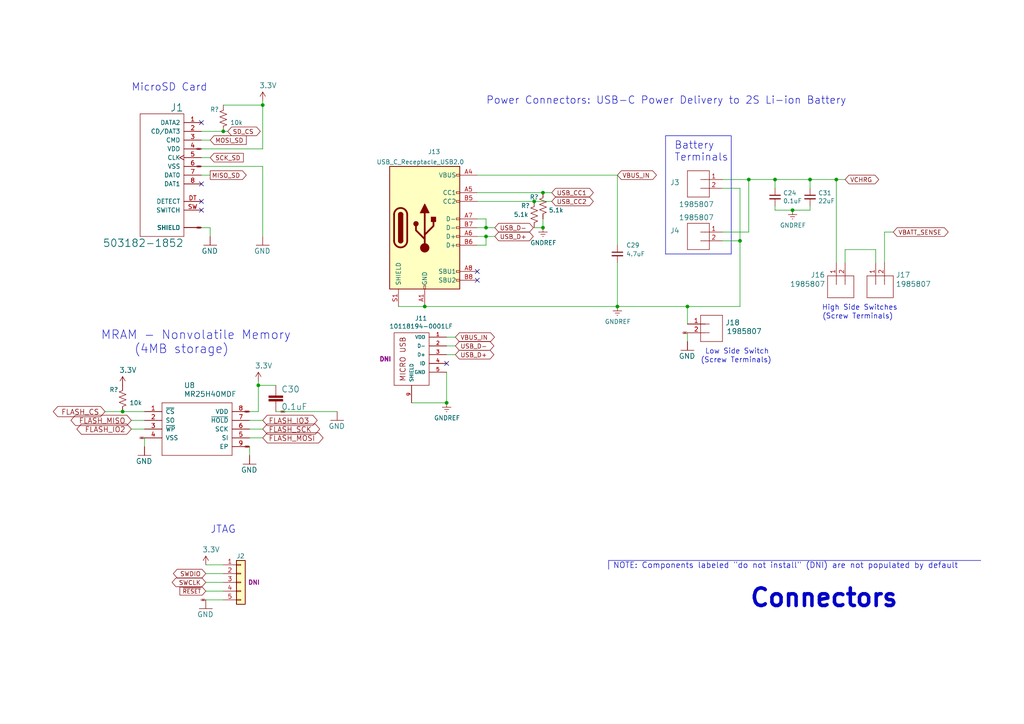
<source format=kicad_sch>
(kicad_sch (version 20230121) (generator eeschema)
  (paper "A4")
  (title_block (title "PyCubed Mainboard") (date "2021-06-09") (rev "v05c") (company "Max Holliday"))
  (lib_symbols
    (symbol "Connector:USB_C_Receptacle_USB2.0" (pin_names (offset 1.016))
      (property "Reference" "J" (at -10.16 19.05 0))
      (property "Value" "Connector_USB_C_Receptacle_USB2.0" (at 19.05 19.05 0))
      (symbol "USB_C_Receptacle_USB2.0_0_0"
        (rectangle (start -0.254 -17.78) (end 0.254 -16.764))
        (rectangle (start 10.16 -14.986) (end 9.144 -15.494))
        (rectangle (start 10.16 -12.446) (end 9.144 -12.954))
        (rectangle (start 10.16 -4.826) (end 9.144 -5.334))
        (rectangle (start 10.16 -2.286) (end 9.144 -2.794))
        (rectangle (start 10.16 0.254) (end 9.144 -0.254))
        (rectangle (start 10.16 2.794) (end 9.144 2.286))
        (rectangle (start 10.16 7.874) (end 9.144 7.366))
        (rectangle (start 10.16 10.414) (end 9.144 9.906))
        (rectangle (start 10.16 15.494) (end 9.144 14.986))
      )
      (symbol "USB_C_Receptacle_USB2.0_0_1"
        (rectangle (start -10.16 17.78) (end 10.16 -17.78) (stroke (width 0.254)) (fill (type background)))
        (arc (start -8.89 -3.81) (mid -6.985 -5.715) (end -5.08 -3.81) (stroke (width 0.508)))
        (arc (start -7.62 -3.81) (mid -6.985 -4.445) (end -6.35 -3.81) (stroke (width 0.254)))
        (arc (start -7.62 -3.81) (mid -6.985 -4.445) (end -6.35 -3.81) (stroke (width 0.254)) (fill (type outline)))
        (rectangle (start -7.62 -3.81) (end -6.35 3.81) (stroke (width 0.254)) (fill (type outline)))
        (arc (start -6.35 3.81) (mid -6.985 4.445) (end -7.62 3.81) (stroke (width 0.254)))
        (arc (start -6.35 3.81) (mid -6.985 4.445) (end -7.62 3.81) (stroke (width 0.254)) (fill (type outline)))
        (arc (start -5.08 3.81) (mid -6.985 5.715) (end -8.89 3.81) (stroke (width 0.508)))
        (circle (center -2.54 1.143) (radius 0.635) (stroke (width 0.254)) (fill (type outline)))
        (circle (center 0 -5.842) (radius 1.27) (fill (type outline)))
        (polyline (pts (xy -8.89 -3.81) (xy -8.89 3.81)) (stroke (width 0.508)))
        (polyline (pts (xy -5.08 3.81) (xy -5.08 -3.81)) (stroke (width 0.508)))
        (polyline (pts (xy 0 -5.842) (xy 0 4.318)) (stroke (width 0.508)))
        (polyline (pts (xy 0 -3.302) (xy -2.54 -0.762) (xy -2.54 0.508)) (stroke (width 0.508)))
        (polyline (pts (xy 0 -2.032) (xy 2.54 0.508) (xy 2.54 1.778)) (stroke (width 0.508)))
        (polyline (pts (xy -1.27 4.318) (xy 0 6.858) (xy 1.27 4.318) (xy -1.27 4.318)) (stroke (width 0.254)) (fill (type outline)))
        (rectangle (start 1.905 1.778) (end 3.175 3.048) (stroke (width 0.254)) (fill (type outline)))
      )
      (symbol "USB_C_Receptacle_USB2.0_1_1"
        (pin power_in line (at 0 -22.86 90) (length 5.08) (name "GND") (number "A1"))
        (pin passive line (at 0 -22.86 90) (length 5.08) hide (name "GND") (number "A12"))
        (pin power_in line (at 15.24 15.24 180) (length 5.08) (name "VBUS") (number "A4"))
        (pin bidirectional line (at 15.24 10.16 180) (length 5.08) (name "CC1") (number "A5"))
        (pin bidirectional line (at 15.24 -2.54 180) (length 5.08) (name "D+") (number "A6"))
        (pin bidirectional line (at 15.24 2.54 180) (length 5.08) (name "D-") (number "A7"))
        (pin bidirectional line (at 15.24 -12.7 180) (length 5.08) (name "SBU1") (number "A8"))
        (pin passive line (at 15.24 15.24 180) (length 5.08) hide (name "VBUS") (number "A9"))
        (pin passive line (at 0 -22.86 90) (length 5.08) hide (name "GND") (number "B1"))
        (pin passive line (at 0 -22.86 90) (length 5.08) hide (name "GND") (number "B12"))
        (pin passive line (at 15.24 15.24 180) (length 5.08) hide (name "VBUS") (number "B4"))
        (pin bidirectional line (at 15.24 7.62 180) (length 5.08) (name "CC2") (number "B5"))
        (pin bidirectional line (at 15.24 -5.08 180) (length 5.08) (name "D+") (number "B6"))
        (pin bidirectional line (at 15.24 0 180) (length 5.08) (name "D-") (number "B7"))
        (pin bidirectional line (at 15.24 -15.24 180) (length 5.08) (name "SBU2") (number "B8"))
        (pin passive line (at 15.24 15.24 180) (length 5.08) hide (name "VBUS") (number "B9"))
        (pin passive line (at -7.62 -22.86 90) (length 5.08) (name "SHIELD") (number "S1"))
      )
    )
    (symbol "Connector_Generic:Conn_01x05" (pin_names (offset 1.016) hide)
      (property "Reference" "J" (at 0 7.62 0))
      (property "Value" "Conn_01x05" (at 0 -7.62 0))
      (symbol "Conn_01x05_1_1"
        (rectangle (start -1.27 -4.953) (end 0 -5.207) (stroke (width 0.1524)))
        (rectangle (start -1.27 -2.413) (end 0 -2.667) (stroke (width 0.1524)))
        (rectangle (start -1.27 0.127) (end 0 -0.127) (stroke (width 0.1524)))
        (rectangle (start -1.27 2.667) (end 0 2.413) (stroke (width 0.1524)))
        (rectangle (start -1.27 5.207) (end 0 4.953) (stroke (width 0.1524)))
        (rectangle (start -1.27 6.35) (end 1.27 -6.35) (stroke (width 0.254)) (fill (type background)))
        (pin passive line (at -5.08 5.08 0) (length 3.81) (name "Pin_1") (number "1"))
        (pin passive line (at -5.08 2.54 0) (length 3.81) (name "Pin_2") (number "2"))
        (pin passive line (at -5.08 0 0) (length 3.81) (name "Pin_3") (number "3"))
        (pin passive line (at -5.08 -2.54 0) (length 3.81) (name "Pin_4") (number "4"))
        (pin passive line (at -5.08 -5.08 0) (length 3.81) (name "Pin_5") (number "5"))
      )
    )
    (symbol "Device:C_Small" (pin_numbers hide) (pin_names (offset 0.254) hide)
      (property "Reference" "C" (at 0.254 1.778 0))
      (property "Value" "C_Small" (at 0.254 -2.032 0))
      (symbol "C_Small_0_1"
        (polyline (pts (xy -1.524 -0.508) (xy 1.524 -0.508)) (stroke (width 0.3302)))
        (polyline (pts (xy -1.524 0.508) (xy 1.524 0.508)) (stroke (width 0.3048)))
      )
      (symbol "C_Small_1_1"
        (pin passive line (at 0 2.54 270) (length 2.032) (name "~") (number "1"))
        (pin passive line (at 0 -2.54 90) (length 2.032) (name "~") (number "2"))
      )
    )
    (symbol "Device:R_US" (pin_numbers hide) (pin_names (offset 0))
      (property "Reference" "R" (at 2.54 0 90))
      (property "Value" "R_US" (at -2.54 0 90))
      (symbol "R_US_0_1"
        (polyline (pts (xy 0 -2.286) (xy 0 -2.54)))
        (polyline (pts (xy 0 2.286) (xy 0 2.54)))
        (polyline (pts (xy 0 -0.762) (xy 1.016 -1.143) (xy 0 -1.524) (xy -1.016 -1.905) (xy 0 -2.286)))
        (polyline (pts (xy 0 0.762) (xy 1.016 0.381) (xy 0 0) (xy -1.016 -0.381) (xy 0 -0.762)))
        (polyline (pts (xy 0 2.286) (xy 1.016 1.905) (xy 0 1.524) (xy -1.016 1.143) (xy 0 0.762)))
      )
      (symbol "R_US_1_1"
        (pin passive line (at 0 3.81 270) (length 1.27) (name "~") (number "1"))
        (pin passive line (at 0 -3.81 90) (length 1.27) (name "~") (number "2"))
      )
    )
    (symbol "mainboard:10118194-0001LF" (pin_names (offset 1.016))
      (property "Reference" "J" (at -1.27 10.16 0))
      (property "Value" "10118194-0001LF" (at -12.7 7.62 0))
      (symbol "10118194-0001LF_0_0"
        (text "MICRO USB" (at 0 -1.27 900) (effects (font (size 1.524 1.524))))
        (pin power_in line (at -12.7 5.08 0) (length 5.08) (name "VDD") (number "1"))
        (pin bidirectional line (at -12.7 2.54 0) (length 5.08) (name "D-") (number "2"))
        (pin bidirectional line (at -12.7 0 0) (length 5.08) (name "D+") (number "3"))
        (pin passive line (at -12.7 -2.54 0) (length 5.08) (name "ID") (number "4"))
        (pin power_in line (at -12.7 -5.08 0) (length 5.08) (name "GND") (number "5"))
      )
      (symbol "10118194-0001LF_0_1"
        (rectangle (start -7.62 6.35) (end 2.54 -8.89))
      )
      (symbol "10118194-0001LF_1_0"
        (pin power_in line (at -2.54 -13.97 90) (length 5.0038) hide (name "~") (number "8"))
        (pin power_in line (at -2.54 -13.97 90) (length 5.0038) (name "SHIELD") (number "9"))
      )
    )
    (symbol "mainboard:2.2UF-0603-10V-20%" (pin_names (offset 1.016))
      (property "Reference" "C" (at 1.524 2.921 0))
      (property "Value" "2.2UF-0603-10V-20%" (at 1.524 -2.159 0))
      (symbol "2.2UF-0603-10V-20%_1_0"
        (rectangle (start -2.032 0.508) (end 2.032 1.016) (fill (type outline)))
        (rectangle (start -2.032 1.524) (end 2.032 2.032) (fill (type outline)))
        (polyline (pts (xy 0 0) (xy 0 0.508)))
        (polyline (pts (xy 0 2.54) (xy 0 2.032)))
        (pin passive line (at 0 5.08 270) (length 2.54) (name "1") (number "1"))
        (pin passive line (at 0 -2.54 90) (length 2.54) (name "2") (number "2"))
      )
    )
    (symbol "mainboard:3.3V" (power) (pin_names (offset 1.016))
      (property "Value" "3.3V" (at -1.016 3.556 0))
      (symbol "3.3V_1_0"
        (polyline (pts (xy 0 2.54) (xy -0.762 1.27)))
        (polyline (pts (xy 0.762 1.27) (xy 0 2.54)))
        (pin power_in line (at 0 0 90) (length 2.54) (name "3.3V") (number "1"))
      )
    )
    (symbol "mainboard:503182-1852" (pin_names (offset 1.016))
      (property "Reference" "J" (at 0 18.3642 0))
      (property "Value" "503182-1852" (at 0 -20.9042 0))
      (symbol "503182-1852_1_0"
        (polyline (pts (xy 0 -17.78) (xy 12.7 -17.78)))
        (polyline (pts (xy 0 17.78) (xy 0 -17.78)))
        (polyline (pts (xy 12.7 -17.78) (xy 12.7 17.78)))
        (polyline (pts (xy 12.7 17.78) (xy 0 17.78)))
        (pin bidirectional line (at -5.08 15.24 0) (length 5.08) (name "DATA2") (number "1"))
        (pin bidirectional line (at -5.08 12.7 0) (length 5.08) (name "CD/DAT3") (number "2"))
        (pin bidirectional line (at -5.08 10.16 0) (length 5.08) (name "CMD") (number "3"))
        (pin power_in line (at -5.08 7.62 0) (length 5.08) (name "VDD") (number "4"))
        (pin bidirectional clock (at -5.08 5.08 0) (length 5.08) (name "CLK") (number "5"))
        (pin power_in line (at -5.08 2.54 0) (length 5.08) (name "VSS") (number "6"))
        (pin bidirectional line (at -5.08 0 0) (length 5.08) (name "DAT0") (number "7"))
        (pin bidirectional line (at -5.08 -2.54 0) (length 5.08) (name "DAT1") (number "8"))
        (pin bidirectional line (at -5.08 -7.62 0) (length 5.08) (name "DETECT") (number "DT"))
        (pin passive line (at -5.08 -15.24 0) (length 5.08) (name "SHIELD") (number "P1"))
        (pin passive line (at -5.08 -15.24 0) (length 5.08) (name "SHIELD") (number "P2"))
        (pin passive line (at -5.08 -15.24 0) (length 5.08) (name "SHIELD") (number "P3"))
        (pin passive line (at -5.08 -15.24 0) (length 5.08) (name "SHIELD") (number "P4"))
        (pin passive line (at -5.08 -15.24 0) (length 5.08) (name "SHIELD") (number "P5"))
        (pin bidirectional line (at -5.08 -10.16 0) (length 5.08) (name "SWITCH") (number "SW"))
      )
    )
    (symbol "mainboard:GND" (power) (pin_names (offset 1.016))
      (property "Value" "GND" (at -2.54 -2.54 0))
      (symbol "GND_1_0"
        (polyline (pts (xy -1.905 0) (xy 1.905 0)))
        (pin power_in line (at 0 2.54 270) (length 2.54) (name "GND") (number "1"))
      )
    )
    (symbol "mainboard:M023.5MM_LOCK" (pin_names (offset 1.016))
      (property "Reference" "JP" (at -2.54 5.842 0))
      (property "Value" "M023.5MM_LOCK" (at -2.54 -5.08 0))
      (symbol "M023.5MM_LOCK_1_0"
        (polyline (pts (xy -2.54 5.08) (xy -2.54 -2.54)))
        (polyline (pts (xy -2.54 5.08) (xy 3.81 5.08)))
        (polyline (pts (xy 1.27 0) (xy 2.54 0)))
        (polyline (pts (xy 1.27 2.54) (xy 2.54 2.54)))
        (polyline (pts (xy 3.81 -2.54) (xy -2.54 -2.54)))
        (polyline (pts (xy 3.81 -2.54) (xy 3.81 5.08)))
        (pin passive line (at 7.62 0 180) (length 5.08) (name "1") (number "1"))
        (pin passive line (at 7.62 2.54 180) (length 5.08) (name "2") (number "2"))
      )
    )
    (symbol "mainboard:MR25H40MDF" (pin_names (offset 1.016))
      (property "Reference" "U" (at 11.43 7.62 0))
      (property "Value" "MR25H40MDF" (at 11.43 5.08 0))
      (symbol "MR25H40MDF_1_0"
        (polyline (pts (xy 5.08 2.54) (xy 5.08 -12.7)))
        (polyline (pts (xy 5.08 2.54) (xy 25.4 2.54)))
        (polyline (pts (xy 25.4 -12.7) (xy 5.08 -12.7)))
        (polyline (pts (xy 25.4 -12.7) (xy 25.4 2.54)))
        (pin bidirectional line (at 0 0 0) (length 5.08) (name "~{CS}") (number "1"))
        (pin bidirectional line (at 0 -2.54 0) (length 5.08) (name "SO") (number "2"))
        (pin bidirectional line (at 0 -5.08 0) (length 5.08) (name "~{WP}") (number "3"))
        (pin bidirectional line (at 0 -7.62 0) (length 5.08) (name "VSS") (number "4"))
        (pin bidirectional line (at 30.48 -7.62 180) (length 5.08) (name "SI") (number "5"))
        (pin bidirectional line (at 30.48 -5.08 180) (length 5.08) (name "SCK") (number "6"))
        (pin bidirectional line (at 30.48 -2.54 180) (length 5.08) (name "~{HOLD}") (number "7"))
        (pin bidirectional line (at 30.48 0 180) (length 5.08) (name "VDD") (number "8"))
        (pin bidirectional line (at 30.48 -10.16 180) (length 5.08) (name "EP") (number "9"))
      )
    )
    (symbol "power:GNDREF" (power) (pin_names (offset 0))
      (property "Value" "GNDREF" (at 0 -3.81 0))
      (symbol "GNDREF_0_1"
        (polyline (pts (xy -0.635 -1.905) (xy 0.635 -1.905)))
        (polyline (pts (xy -0.127 -2.54) (xy 0.127 -2.54)))
        (polyline (pts (xy 0 -1.27) (xy 0 0)))
        (polyline (pts (xy 1.27 -1.27) (xy -1.27 -1.27)))
      )
      (symbol "GNDREF_1_1"
        (pin power_in line (at 0 0 270) (length 0) hide (name "GNDREF") (number "1"))
      )
    )
  )
  (junction (at 129.54 116.84))
  (junction (at 157.48 55.88))
  (junction (at 35.56 119.38))
  (junction (at 74.93 111.76))
  (junction (at 123.19 88.9))
  (junction (at 157.48 66.04))
  (junction (at 234.95 52.07))
  (junction (at 64.77 38.1))
  (junction (at 229.87 60.96))
  (junction (at 242.57 52.07))
  (junction (at 140.97 68.58))
  (junction (at 154.94 58.42))
  (junction (at 199.39 88.9))
  (junction (at 140.97 66.04))
  (junction (at 224.79 52.07))
  (junction (at 217.17 52.07))
  (junction (at 179.07 88.9))
  (junction (at 76.2 30.48))
  (junction (at 214.63 69.85))
  (no_connect (at 58.42 60.96))
  (no_connect (at 129.54 105.41))
  (no_connect (at 58.42 53.34))
  (no_connect (at 58.42 35.56))
  (no_connect (at 58.42 58.42))
  (no_connect (at 138.43 78.74))
  (no_connect (at 138.43 81.28))
  (wire (pts (xy 129.54 116.84) (xy 119.38 116.84)))
  (wire (pts (xy 214.63 88.9) (xy 214.63 69.85)))
  (wire (pts (xy 129.54 102.87) (xy 132.08 102.87)))
  (wire (pts (xy 245.11 72.39) (xy 254 72.39)))
  (wire (pts (xy 214.63 69.85) (xy 209.55 69.85)))
  (wire (pts (xy 58.42 38.1) (xy 64.77 38.1)))
  (wire (pts (xy 154.94 58.42) (xy 160.02 58.42)))
  (wire (pts (xy 64.77 166.37) (xy 59.69 166.37)))
  (wire (pts (xy 242.57 52.07) (xy 242.57 76.2)))
  (wire (pts (xy 76.2 30.48) (xy 76.2 29.21)))
  (wire (pts (xy 76.2 121.92) (xy 72.39 121.92)))
  (wire (pts (xy 199.39 96.52) (xy 199.39 99.06)))
  (wire (pts (xy 234.95 54.61) (xy 234.95 52.07)))
  (polyline (pts (xy 193.04 73.66) (xy 212.09 73.66)))
  (wire (pts (xy 138.43 63.5) (xy 140.97 63.5)))
  (wire (pts (xy 138.43 58.42) (xy 154.94 58.42)))
  (wire (pts (xy 129.54 100.33) (xy 132.08 100.33)))
  (wire (pts (xy 74.93 119.38) (xy 74.93 111.76)))
  (polyline (pts (xy 176.53 162.56) (xy 284.48 162.56)))
  (wire (pts (xy 59.69 163.83) (xy 64.77 163.83)))
  (wire (pts (xy 76.2 127) (xy 72.39 127)))
  (wire (pts (xy 138.43 71.12) (xy 140.97 71.12)))
  (wire (pts (xy 209.55 67.31) (xy 217.17 67.31)))
  (wire (pts (xy 179.07 76.2) (xy 179.07 88.9)))
  (wire (pts (xy 224.79 60.96) (xy 229.87 60.96)))
  (wire (pts (xy 140.97 63.5) (xy 140.97 66.04)))
  (wire (pts (xy 58.42 50.8) (xy 60.96 50.8)))
  (polyline (pts (xy 193.04 73.66) (xy 193.04 39.37)))
  (wire (pts (xy 138.43 55.88) (xy 157.48 55.88)))
  (wire (pts (xy 217.17 52.07) (xy 217.17 67.31)))
  (wire (pts (xy 154.94 66.04) (xy 157.48 66.04)))
  (wire (pts (xy 140.97 68.58) (xy 138.43 68.58)))
  (wire (pts (xy 30.48 119.38) (xy 35.56 119.38)))
  (wire (pts (xy 229.87 60.96) (xy 234.95 60.96)))
  (wire (pts (xy 234.95 52.07) (xy 242.57 52.07)))
  (wire (pts (xy 58.42 48.26) (xy 76.2 48.26)))
  (wire (pts (xy 64.77 168.91) (xy 59.69 168.91)))
  (wire (pts (xy 224.79 60.96) (xy 224.79 59.69)))
  (wire (pts (xy 64.77 171.45) (xy 59.69 171.45)))
  (wire (pts (xy 224.79 52.07) (xy 234.95 52.07)))
  (wire (pts (xy 132.08 97.79) (xy 129.54 97.79)))
  (wire (pts (xy 64.77 38.1) (xy 66.04 38.1)))
  (wire (pts (xy 224.79 54.61) (xy 224.79 52.07)))
  (wire (pts (xy 179.07 50.8) (xy 138.43 50.8)))
  (wire (pts (xy 64.77 30.48) (xy 76.2 30.48)))
  (wire (pts (xy 76.2 48.26) (xy 76.2 68.58)))
  (wire (pts (xy 80.01 111.76) (xy 74.93 111.76)))
  (wire (pts (xy 140.97 68.58) (xy 143.51 68.58)))
  (wire (pts (xy 234.95 60.96) (xy 234.95 59.69)))
  (wire (pts (xy 129.54 107.95) (xy 129.54 116.84)))
  (wire (pts (xy 256.54 67.31) (xy 259.08 67.31)))
  (wire (pts (xy 58.42 66.04) (xy 60.96 66.04)))
  (wire (pts (xy 74.93 111.76) (xy 74.93 110.49)))
  (wire (pts (xy 58.42 45.72) (xy 60.96 45.72)))
  (wire (pts (xy 157.48 55.88) (xy 160.02 55.88)))
  (wire (pts (xy 209.55 52.07) (xy 217.17 52.07)))
  (wire (pts (xy 60.96 66.04) (xy 60.96 68.58)))
  (wire (pts (xy 199.39 88.9) (xy 214.63 88.9)))
  (wire (pts (xy 123.19 88.9) (xy 179.07 88.9)))
  (wire (pts (xy 245.11 76.2) (xy 245.11 72.39)))
  (wire (pts (xy 254 72.39) (xy 254 76.2)))
  (polyline (pts (xy 212.09 73.66) (xy 212.09 39.37)))
  (polyline (pts (xy 176.53 165.1) (xy 176.53 162.56)))
  (wire (pts (xy 80.01 119.38) (xy 97.79 119.38)))
  (wire (pts (xy 76.2 124.46) (xy 72.39 124.46)))
  (wire (pts (xy 38.1 124.46) (xy 41.91 124.46)))
  (wire (pts (xy 179.07 50.8) (xy 179.07 71.12)))
  (wire (pts (xy 209.55 54.61) (xy 214.63 54.61)))
  (wire (pts (xy 217.17 52.07) (xy 224.79 52.07)))
  (wire (pts (xy 58.42 40.64) (xy 60.96 40.64)))
  (wire (pts (xy 38.1 121.92) (xy 41.91 121.92)))
  (wire (pts (xy 245.11 52.07) (xy 242.57 52.07)))
  (wire (pts (xy 41.91 127) (xy 41.91 129.54)))
  (wire (pts (xy 256.54 76.2) (xy 256.54 67.31)))
  (wire (pts (xy 72.39 129.54) (xy 72.39 132.08)))
  (wire (pts (xy 140.97 71.12) (xy 140.97 68.58)))
  (wire (pts (xy 214.63 54.61) (xy 214.63 69.85)))
  (wire (pts (xy 140.97 66.04) (xy 138.43 66.04)))
  (wire (pts (xy 157.48 66.04) (xy 157.48 63.5)))
  (wire (pts (xy 179.07 88.9) (xy 199.39 88.9)))
  (wire (pts (xy 76.2 43.18) (xy 76.2 30.48)))
  (wire (pts (xy 58.42 43.18) (xy 76.2 43.18)))
  (wire (pts (xy 115.57 88.9) (xy 123.19 88.9)))
  (polyline (pts (xy 193.04 39.37) (xy 212.09 39.37)))
  (wire (pts (xy 199.39 93.98) (xy 199.39 88.9)))
  (wire (pts (xy 72.39 119.38) (xy 74.93 119.38)))
  (wire (pts (xy 35.56 119.38) (xy 41.91 119.38)))
  (wire (pts (xy 59.69 173.99) (xy 64.77 173.99)))
  (wire (pts (xy 140.97 66.04) (xy 143.51 66.04)))
  (text "NOTE: Components labeled \"do not install\" (DNI) are not populated by default" (at 177.8 165.1 0) (effects (font (size 1.651 1.651)) (justify left bottom)))
  (text "(Screw Terminals)" (at 259.08 92.71 0) (effects (font (size 1.4986 1.4986)) (justify right bottom)))
  (text "Connectors" (at 217.17 176.53 0) (effects (font (size 5.08 5.08) (thickness 1.016) bold) (justify left bottom)))
  (text "High Side Switches" (at 260.35 90.17 0) (effects (font (size 1.4986 1.4986)) (justify right bottom)))
  (text "Low Side Switch" (at 204.47 102.87 0) (effects (font (size 1.4986 1.4986)) (justify left bottom)))
  (text "(Screw Terminals)" (at 203.2 105.41 0) (effects (font (size 1.4986 1.4986)) (justify left bottom)))
  (text "Battery\nTerminals" (at 195.58 46.99 0) (effects (font (size 2.159 2.159)) (justify left bottom)))
  (text "MRAM - Nonvolatile Memory\n     (4MB storage)" (at 29.21 102.87 0) (effects (font (size 2.54 2.54)) (justify left bottom)))
  (text "MicroSD Card" (at 38.1 26.67 0) (effects (font (size 2.159 2.159)) (justify left bottom)))
  (text "Power Connectors: USB-C Power Delivery to 2S Li-ion Battery" (at 140.97 30.48 0) (effects (font (size 2.159 2.159)) (justify left bottom)))
  (text "JTAG" (at 60.96 154.94 0) (effects (font (size 2.159 2.159)) (justify left bottom)))
  (global_label "SD_CS" (shape bidirectional) (at 66.04 38.1 0) (property "Intersheetrefs" "${INTERSHEET_REFS}" (effects hide)))
  (global_label "SWCLK" (shape bidirectional) (at 59.69 168.91 180) (property "Intersheetrefs" "${INTERSHEET_REFS}" (effects hide)))
  (global_label "3.3V" (shape bidirectional) (at 72.39 119.38 180) (effects (font (size 0.254 0.254))) (property "Intersheetrefs" "${INTERSHEET_REFS}" (effects hide)))
  (global_label "USB_D-" (shape bidirectional) (at 143.51 66.04 0) (property "Intersheetrefs" "${INTERSHEET_REFS}" (effects hide)))
  (global_label "MOSI_SD" (shape input) (at 60.96 40.64 0) (property "Intersheetrefs" "${INTERSHEET_REFS}" (effects hide)))
  (global_label "VBUS_IN" (shape bidirectional) (at 179.07 50.8 0) (property "Intersheetrefs" "${INTERSHEET_REFS}" (effects hide)))
  (global_label "MISO_SD" (shape output) (at 60.96 50.8 0) (property "Intersheetrefs" "${INTERSHEET_REFS}" (effects hide)))
  (global_label "3.3V" (shape bidirectional) (at 58.42 43.18 180) (effects (font (size 0.254 0.254))) (property "Intersheetrefs" "${INTERSHEET_REFS}" (effects hide)))
  (global_label "FLASH_CS" (shape bidirectional) (at 30.48 119.38 180) (effects (font (size 1.4986 1.4986))) (property "Intersheetrefs" "${INTERSHEET_REFS}" (effects hide)))
  (global_label "FLASH_MISO" (shape bidirectional) (at 38.1 121.92 180) (effects (font (size 1.4986 1.4986))) (property "Intersheetrefs" "${INTERSHEET_REFS}" (effects hide)))
  (global_label "GND" (shape bidirectional) (at 58.42 66.04 180) (effects (font (size 0.254 0.254))) (property "Intersheetrefs" "${INTERSHEET_REFS}" (effects hide)))
  (global_label "SWDIO" (shape bidirectional) (at 59.69 166.37 180) (property "Intersheetrefs" "${INTERSHEET_REFS}" (effects hide)))
  (global_label "~{RESET}" (shape input) (at 59.69 171.45 180) (effects (font (size 1.1684 1.1684))) (property "Intersheetrefs" "${INTERSHEET_REFS}" (effects hide)))
  (global_label "GND" (shape bidirectional) (at 58.42 48.26 180) (effects (font (size 0.254 0.254))) (property "Intersheetrefs" "${INTERSHEET_REFS}" (effects hide)))
  (global_label "USB_D+" (shape bidirectional) (at 132.08 102.87 0) (property "Intersheetrefs" "${INTERSHEET_REFS}" (effects hide)))
  (global_label "FLASH_IO3" (shape bidirectional) (at 76.2 121.92 0) (effects (font (size 1.4986 1.4986))) (property "Intersheetrefs" "${INTERSHEET_REFS}" (effects hide)))
  (global_label "GND" (shape bidirectional) (at 199.39 96.52 180) (effects (font (size 0.254 0.254))) (property "Intersheetrefs" "${INTERSHEET_REFS}" (effects hide)))
  (global_label "FLASH_SCK" (shape bidirectional) (at 76.2 124.46 0) (effects (font (size 1.4986 1.4986))) (property "Intersheetrefs" "${INTERSHEET_REFS}" (effects hide)))
  (global_label "VBATT_SENSE" (shape bidirectional) (at 259.08 67.31 0) (property "Intersheetrefs" "${INTERSHEET_REFS}" (effects hide)))
  (global_label "USB_D-" (shape bidirectional) (at 132.08 100.33 0) (property "Intersheetrefs" "${INTERSHEET_REFS}" (effects hide)))
  (global_label "VBUS_IN" (shape bidirectional) (at 132.08 97.79 0) (property "Intersheetrefs" "${INTERSHEET_REFS}" (effects hide)))
  (global_label "SCK_SD" (shape input) (at 60.96 45.72 0) (property "Intersheetrefs" "${INTERSHEET_REFS}" (effects hide)))
  (global_label "GND" (shape bidirectional) (at 41.91 127 180) (effects (font (size 0.254 0.254))) (property "Intersheetrefs" "${INTERSHEET_REFS}" (effects hide)))
  (global_label "USB_CC1" (shape bidirectional) (at 160.02 55.88 0) (property "Intersheetrefs" "${INTERSHEET_REFS}" (effects hide)))
  (global_label "USB_D+" (shape bidirectional) (at 143.51 68.58 0) (property "Intersheetrefs" "${INTERSHEET_REFS}" (effects hide)))
  (global_label "USB_CC2" (shape bidirectional) (at 160.02 58.42 0) (property "Intersheetrefs" "${INTERSHEET_REFS}" (effects hide)))
  (global_label "FLASH_MOSI" (shape bidirectional) (at 76.2 127 0) (effects (font (size 1.4986 1.4986))) (property "Intersheetrefs" "${INTERSHEET_REFS}" (effects hide)))
  (global_label "GND" (shape bidirectional) (at 81.28 119.38 0) (effects (font (size 0.254 0.254))) (property "Intersheetrefs" "${INTERSHEET_REFS}" (effects hide)))
  (global_label "VCHRG" (shape bidirectional) (at 245.11 52.07 0) (property "Intersheetrefs" "${INTERSHEET_REFS}" (effects hide)))
  (global_label "GND" (shape bidirectional) (at 72.39 129.54 180) (effects (font (size 0.254 0.254))) (property "Intersheetrefs" "${INTERSHEET_REFS}" (effects hide)))
  (global_label "GND" (shape bidirectional) (at 59.69 173.99 180) (effects (font (size 0.254 0.254))) (property "Intersheetrefs" "${INTERSHEET_REFS}" (effects hide)))
  (global_label "FLASH_IO2" (shape bidirectional) (at 38.1 124.46 180) (effects (font (size 1.4986 1.4986))) (property "Intersheetrefs" "${INTERSHEET_REFS}" (effects hide)))
  (symbol (lib_id "mainboard:GND") (at 41.91 132.08 0) (unit 1)
    (property "Reference" "#GND022" (effects hide))
    (property "Value" "GND" (at 39.37 134.62 0) (effects (font (size 1.4986 1.4986)) (justify left bottom)))
    (instances (project "mainboard" (path "" (reference "#GND022") (unit 1)) (path "" (reference "#GND?") (unit 1))))
  )
  (symbol (lib_id "mainboard:M023.5MM_LOCK") (at 201.93 52.07 0) (mirror x) (unit 1)
    (property "Reference" "J3" (at 194.31 52.07 0) (effects (font (size 1.4986 1.4986)) (justify left bottom)))
    (property "Value" "1985807" (at 196.85 58.42 0) (effects (font (size 1.4986 1.4986)) (justify left bottom)))
    (property "Footprint" "mainboard:SCREWTERMINAL-3.5MM-2_LOCK" (effects hide))
    (property "Datasheet" "https://www.mouser.com/datasheet/2/324/4/1985807-1458929.pdf" (effects hide))
    (property "Description" "2-pin Screw Terminal - Side Entry" (effects hide))
    (property "Flight" "1985807" (effects hide))
    (property "Manufacturer_Name" "Phoenix Contact" (effects hide))
    (property "Manufacturer_Part_Number" "1985807" (effects hide))
    (property "Proto" "1985807" (effects hide))
    (instances (project "mainboard" (path "" (reference "J3") (unit 1)) (path "" (reference "JP?") (unit 1))))
  )
  (symbol (lib_id "mainboard:503182-1852") (at 53.34 50.8 0) (mirror y) (unit 1)
    (property "Reference" "J1" (at 53.34 32.4358 0) (effects (font (size 2.159 2.159)) (justify left bottom)))
    (property "Value" "503182-1852" (at 53.34 71.7296 0) (effects (font (size 2.159 2.159)) (justify left bottom)))
    (property "Footprint" "mainboard:MOLEX_503182-1852" (effects hide))
    (property "Datasheet" "https://www.molex.com/pdm_docs/sd/5031821852_sd.pdf" (effects hide))
    (property "Description" "Molex microSD Card Socket" (effects hide))
    (property "Flight" "5031821852" (effects hide))
    (property "Manufacturer_Name" "Molex" (effects hide))
    (property "Manufacturer_Part_Number" "5031821852" (effects hide))
    (property "Proto" "5031821852" (effects hide))
    (instances (project "mainboard" (path "" (reference "J1") (unit 1)) (path "" (reference "J?") (unit 1))))
  )
  (symbol (lib_id "mainboard:MR25H40MDF") (at 41.91 119.38 0) (unit 1)
    (property "Reference" "U8" (at 53.34 111.76 0) (effects (font (size 1.4986 1.4986)) (justify left)))
    (property "Value" "MR25H40MDF" (at 53.34 114.3 0) (effects (font (size 1.4986 1.4986)) (justify left)))
    (property "Footprint" "mainboard:SON127P600X500X90-9N" (effects hide))
    (property "Datasheet" "https://www.winbond.com/resource-files/w25q80dv%20dl_revh_10022015.pdf" (effects hide))
    (property "Description" "Non-Volatile Memory" (effects hide))
    (property "Flight" "MR25H40MDF" (effects hide))
    (property "Manufacturer_Name" "Everspin Technologies Inc." (effects hide))
    (property "Manufacturer_Part_Number" "W25Q80DVSNIG" (effects hide))
    (property "Proto" "W25Q80DVSNIG" (effects hide))
    (instances (project "mainboard" (path "" (reference "U8") (unit 1)) (path "" (reference "U?") (unit 1))))
  )
  (symbol (lib_id "mainboard:M023.5MM_LOCK") (at 201.93 67.31 0) (mirror x) (unit 1)
    (property "Reference" "J4" (at 194.31 66.04 0) (effects (font (size 1.4986 1.4986)) (justify left bottom)))
    (property "Value" "1985807" (at 196.85 62.23 0) (effects (font (size 1.4986 1.4986)) (justify left bottom)))
    (property "Footprint" "mainboard:SCREWTERMINAL-3.5MM-2_LOCK" (effects hide))
    (property "Datasheet" "https://www.mouser.com/datasheet/2/324/4/1985807-1458929.pdf" (effects hide))
    (property "Description" "2-pin Screw Terminal - Side Entry" (effects hide))
    (property "Flight" "1985807" (effects hide))
    (property "Manufacturer_Name" "Phoenix Contact" (effects hide))
    (property "Manufacturer_Part_Number" "1985807" (effects hide))
    (property "Proto" "1985807" (effects hide))
    (instances (project "mainboard" (path "" (reference "J4") (unit 1)) (path "" (reference "JP?") (unit 1))))
  )
  (symbol (lib_id "mainboard:2.2UF-0603-10V-20%") (at 80.01 116.84 0) (unit 1)
    (property "Reference" "C30" (at 81.534 113.919 0) (effects (font (size 1.778 1.778)) (justify left bottom)))
    (property "Value" "0.1uF" (at 81.534 118.999 0) (effects (font (size 1.778 1.778)) (justify left bottom)))
    (property "Footprint" "Capacitor_SMD:C_0603_1608Metric" (effects hide))
    (property "Description" "0.1uF +-10% 50V X7R 0603" (effects hide))
    (property "LCSC" "C1591" (effects hide))
    (instances (project "mainboard" (path "" (reference "C30") (unit 1)) (path "" (reference "C?") (unit 1))))
  )
  (symbol (lib_id "mainboard:GND") (at 97.79 121.92 0) (unit 1)
    (property "Reference" "#GND065" (effects hide))
    (property "Value" "GND" (at 95.25 124.46 0) (effects (font (size 1.4986 1.4986)) (justify left bottom)))
    (instances (project "mainboard" (path "" (reference "#GND065") (unit 1)) (path "" (reference "#GND?") (unit 1))))
  )
  (symbol (lib_id "mainboard:GND") (at 59.69 176.53 0) (unit 1)
    (property "Reference" "#GND023" (effects hide))
    (property "Value" "GND" (at 57.15 179.07 0) (effects (font (size 1.4986 1.4986)) (justify left bottom)))
    (instances (project "mainboard" (path "" (reference "#GND023") (unit 1)) (path "" (reference "#GND?") (unit 1))))
  )
  (symbol (lib_id "Connector_Generic:Conn_01x05") (at 69.85 168.91 0) (unit 1)
    (property "Reference" "J2" (at 68.58 161.29 0) (effects (justify left)))
    (property "Value" "Conn_01x05" (effects hide))
    (property "Footprint" "Connector_PinHeader_2.54mm:PinHeader_1x05_P2.54mm_Vertical" (effects hide))
    (property "DNI" "DNI" (at 73.66 168.91 0) (effects (font bold)))
    (property "Description" "Vertical Header - 0.1in (2.54mm)" (effects hide))
  )
  (symbol (lib_id "mainboard:3.3V") (at 59.69 163.83 0) (unit 1)
    (property "Reference" "#SUPPLY0102" (effects hide))
    (property "Value" "3.3V" (at 58.674 160.274 0) (effects (font (size 1.4986 1.4986)) (justify left bottom)))
    (instances (project "mainboard" (path "" (reference "#SUPPLY0102") (unit 1)) (path "" (reference "#SUPPLY?") (unit 1))))
  )
  (symbol (lib_id "Connector:USB_C_Receptacle_USB2.0") (at 123.19 66.04 0) (unit 1)
    (property "Reference" "J13" (at 125.9078 44.0182 0))
    (property "Value" "USB_C_Receptacle_USB2.0" (at 121.92 46.99 0))
    (property "Footprint" "mainboard:USB_C_Receptacle_XKB_U262-161N-4BVC11" (effects hide))
    (property "Datasheet" "https://datasheet.lcsc.com/szlcsc/XKB-U262-16XN-4BVC11_C319148.pdf" (effects hide))
    (property "Description" "USB Type-C Connector - Single sided" (effects hide))
    (property "Flight" "U262-161N-4BVC11" (effects hide))
    (property "Manufacturer_Name" "XKB Connectivity" (effects hide))
    (property "Manufacturer_Part_Number" "U262-161N-4BVC11" (effects hide))
    (property "Proto" "U262-161N-4BVC11" (effects hide))
  )
  (symbol (lib_id "Device:C_Small") (at 224.79 57.15 0) (unit 1)
    (property "Reference" "C24" (at 227.1268 55.9816 0) (effects (justify left)))
    (property "Value" "0.1uF" (at 227.1268 58.293 0) (effects (justify left)))
    (property "Footprint" "Capacitor_SMD:C_0603_1608Metric" (effects hide))
    (property "Description" "0.1uF +-10% 50V X7R 0603" (effects hide))
    (property "LCSC" "C1591" (effects hide))
    (instances (project "mainboard" (path "" (reference "C24") (unit 1)) (path "" (reference "C?") (unit 1))))
  )
  (symbol (lib_id "Device:C_Small") (at 234.95 57.15 0) (unit 1)
    (property "Reference" "C31" (at 237.2868 55.9816 0) (effects (justify left)))
    (property "Value" "22uF" (at 237.2868 58.293 0) (effects (justify left)))
    (property "Footprint" "Capacitor_SMD:C_0603_1608Metric" (effects hide))
    (property "Description" "22uF +-20% 10V X5R" (effects hide))
    (property "LCSC" "C59461" (effects hide))
    (instances (project "mainboard" (path "" (reference "C31") (unit 1)) (path "" (reference "C?") (unit 1))))
  )
  (symbol (lib_id "Device:R_US") (at 64.77 34.29 0) (mirror x) (unit 1)
    (property "Reference" "R?" (at 62.23 31.75 0))
    (property "Value" "10k" (at 68.58 35.56 0))
    (property "Footprint" "Resistor_SMD:R_0603_1608Metric" (effects hide))
    (property "Description" "10k 0603" (effects hide))
    (instances (project "mainboard" (path "" (reference "R?") (unit 1)) (path "" (reference "R?") (unit 1)) (path "" (reference "R51") (unit 1))))
  )
  (symbol (lib_id "mainboard:M023.5MM_LOCK") (at 254 83.82 270) (mirror x) (unit 1)
    (property "Reference" "J17" (at 259.7912 79.7306 90) (effects (font (size 1.4986 1.4986)) (justify left)))
    (property "Value" "1985807" (at 259.7912 82.3976 90) (effects (font (size 1.4986 1.4986)) (justify left)))
    (property "Footprint" "mainboard:SCREWTERMINAL-3.5MM-2_LOCK" (effects hide))
    (property "Datasheet" "https://www.mouser.com/datasheet/2/324/4/1985807-1458929.pdf" (effects hide))
    (property "Description" "2-pin Screw Terminal - Side Entry" (effects hide))
    (property "Flight" "1985807" (effects hide))
    (property "Manufacturer_Name" "Phoenix Contact" (effects hide))
    (property "Manufacturer_Part_Number" "1985807" (effects hide))
    (property "Proto" "1985807" (effects hide))
    (instances (project "mainboard" (path "" (reference "J17") (unit 1)) (path "" (reference "JP?") (unit 1))))
  )
  (symbol (lib_id "Device:R_US") (at 35.56 115.57 0) (mirror x) (unit 1)
    (property "Reference" "R?" (at 33.02 113.03 0))
    (property "Value" "10k" (at 39.37 116.84 0))
    (property "Footprint" "Resistor_SMD:R_0603_1608Metric" (effects hide))
    (property "Description" "10k 0603" (effects hide))
    (instances (project "mainboard" (path "" (reference "R?") (unit 1)) (path "" (reference "R?") (unit 1)) (path "" (reference "R50") (unit 1))))
  )
  (symbol (lib_id "mainboard:3.3V") (at 35.56 111.76 0) (unit 1)
    (property "Reference" "#SUPPLY0116" (effects hide))
    (property "Value" "3.3V" (at 34.544 108.204 0) (effects (font (size 1.4986 1.4986)) (justify left bottom)))
    (instances (project "mainboard" (path "" (reference "#SUPPLY0116") (unit 1)) (path "" (reference "#SUPPLY?") (unit 1))))
  )
  (symbol (lib_id "Device:R_US") (at 157.48 59.69 0) (mirror x) (unit 1)
    (property "Reference" "R?" (at 154.94 57.15 0))
    (property "Value" "5.1k" (at 161.29 60.96 0))
    (property "Footprint" "Resistor_SMD:R_0603_1608Metric" (effects hide))
    (property "Description" "5.1k 0603" (effects hide))
    (instances (project "mainboard" (path "" (reference "R?") (unit 1)) (path "" (reference "R?") (unit 1)) (path "" (reference "R40") (unit 1))))
  )
  (symbol (lib_id "Device:R_US") (at 154.94 62.23 0) (mirror x) (unit 1)
    (property "Reference" "R?" (at 152.4 59.69 0))
    (property "Value" "5.1k" (at 151.13 62.23 0))
    (property "Footprint" "Resistor_SMD:R_0603_1608Metric" (effects hide))
    (property "Description" "5.1k 0603" (effects hide))
    (instances (project "mainboard" (path "" (reference "R?") (unit 1)) (path "" (reference "R?") (unit 1)) (path "" (reference "R39") (unit 1))))
  )
  (symbol (lib_id "power:GNDREF") (at 157.48 66.04 0) (unit 1)
    (property "Reference" "#PWR0107" (effects hide))
    (property "Value" "GNDREF" (at 157.607 70.4342 0))
    (instances (project "mainboard" (path "" (reference "#PWR0107") (unit 1)) (path "" (reference "#PWR?") (unit 1))))
  )
  (symbol (lib_id "mainboard:10118194-0001LF") (at 116.84 102.87 0) (mirror y) (unit 1)
    (property "Reference" "J11" (at 122.1232 92.329 0))
    (property "Value" "10118194-0001LF" (at 122.1232 94.6404 0))
    (property "Footprint" "mainboard:10118194-0001LF" (effects hide))
    (property "DNI" "DNI" (at 111.76 104.14 0) (effects (font bold)))
    (property "Description" "Micro USB (OPTIONAL) Amphenol PN: 10118194-0001LF" (effects hide))
    (property "Manufacturer_Name" "Amphenol" (effects hide))
  )
  (symbol (lib_id "power:GNDREF") (at 129.54 116.84 0) (unit 1)
    (property "Reference" "#PWR0108" (effects hide))
    (property "Value" "GNDREF" (at 129.667 121.2342 0))
    (instances (project "mainboard" (path "" (reference "#PWR0108") (unit 1)) (path "" (reference "#PWR?") (unit 1))))
  )
  (symbol (lib_id "Device:C_Small") (at 179.07 73.66 0) (unit 1)
    (property "Reference" "C29" (at 181.61 71.12 0) (effects (justify left)))
    (property "Value" "4.7uF" (at 181.61 73.66 0) (effects (justify left)))
    (property "Footprint" "Capacitor_SMD:C_0603_1608Metric" (effects hide))
    (property "Description" "4.7uF +-20% 10V X5R" (effects hide))
    (property "LCSC" "C1705" (effects hide))
    (instances (project "mainboard" (path "" (reference "C29") (unit 1)) (path "" (reference "C?") (unit 1))))
  )
  (symbol (lib_id "power:GNDREF") (at 179.07 88.9 0) (unit 1)
    (property "Reference" "#PWR0101" (effects hide))
    (property "Value" "GNDREF" (at 179.197 93.2942 0))
    (instances (project "mainboard" (path "" (reference "#PWR0101") (unit 1)) (path "" (reference "#PWR?") (unit 1))))
  )
  (symbol (lib_id "power:GNDREF") (at 229.87 60.96 0) (unit 1)
    (property "Reference" "#PWR0109" (effects hide))
    (property "Value" "GNDREF" (at 229.997 65.3542 0))
    (instances (project "mainboard" (path "" (reference "#PWR0109") (unit 1)) (path "" (reference "#PWR?") (unit 1))))
  )
  (symbol (lib_id "mainboard:GND") (at 72.39 134.62 0) (unit 1)
    (property "Reference" "#GND025" (effects hide))
    (property "Value" "GND" (at 69.85 137.16 0) (effects (font (size 1.4986 1.4986)) (justify left bottom)))
    (instances (project "mainboard" (path "" (reference "#GND025") (unit 1)) (path "" (reference "#GND?") (unit 1))))
  )
  (symbol (lib_id "mainboard:M023.5MM_LOCK") (at 242.57 83.82 270) (mirror x) (unit 1)
    (property "Reference" "J16" (at 239.3442 79.7306 90) (effects (font (size 1.4986 1.4986)) (justify right)))
    (property "Value" "1985807" (at 239.3442 82.3976 90) (effects (font (size 1.4986 1.4986)) (justify right)))
    (property "Footprint" "mainboard:SCREWTERMINAL-3.5MM-2_LOCK" (effects hide))
    (property "Datasheet" "https://www.mouser.com/datasheet/2/324/4/1985807-1458929.pdf" (effects hide))
    (property "Description" "2-pin Screw Terminal - Side Entry" (effects hide))
    (property "Flight" "1985807" (effects hide))
    (property "Manufacturer_Name" "Phoenix Contact" (effects hide))
    (property "Manufacturer_Part_Number" "1985807" (effects hide))
    (property "Proto" "1985807" (effects hide))
    (instances (project "mainboard" (path "" (reference "J16") (unit 1)) (path "" (reference "JP?") (unit 1))))
  )
  (symbol (lib_id "mainboard:3.3V") (at 74.93 110.49 0) (unit 1)
    (property "Reference" "#SUPPLY08" (effects hide))
    (property "Value" "3.3V" (at 73.914 106.934 0) (effects (font (size 1.4986 1.4986)) (justify left bottom)))
    (instances (project "mainboard" (path "" (reference "#SUPPLY08") (unit 1)) (path "" (reference "#SUPPLY?") (unit 1))))
  )
  (symbol (lib_id "mainboard:GND") (at 199.39 101.6 0) (unit 1)
    (property "Reference" "#GND029" (effects hide))
    (property "Value" "GND" (at 196.85 104.14 0) (effects (font (size 1.4986 1.4986)) (justify left bottom)))
    (instances (project "mainboard" (path "" (reference "#GND029") (unit 1)) (path "" (reference "#GND?") (unit 1))))
  )
  (symbol (lib_id "mainboard:GND") (at 76.2 71.12 0) (unit 1)
    (property "Reference" "#GND026" (effects hide))
    (property "Value" "GND" (at 73.66 73.66 0) (effects (font (size 1.4986 1.4986)) (justify left bottom)))
    (instances (project "mainboard" (path "" (reference "#GND026") (unit 1)) (path "" (reference "#GND?") (unit 1))))
  )
  (symbol (lib_id "mainboard:GND") (at 60.96 71.12 0) (unit 1)
    (property "Reference" "#GND024" (effects hide))
    (property "Value" "GND" (at 58.42 73.66 0) (effects (font (size 1.4986 1.4986)) (justify left bottom)))
    (instances (project "mainboard" (path "" (reference "#GND024") (unit 1)) (path "" (reference "#GND?") (unit 1))))
  )
  (symbol (lib_id "mainboard:3.3V") (at 76.2 29.21 0) (unit 1)
    (property "Reference" "#SUPPLY07" (effects hide))
    (property "Value" "3.3V" (at 75.184 25.654 0) (effects (font (size 1.4986 1.4986)) (justify left bottom)))
    (instances (project "mainboard" (path "" (reference "#SUPPLY07") (unit 1)) (path "" (reference "#SUPPLY?") (unit 1))))
  )
  (symbol (lib_id "mainboard:M023.5MM_LOCK") (at 207.01 93.98 180) (unit 1)
    (property "Reference" "J18" (at 214.63 92.71 0) (effects (font (size 1.4986 1.4986)) (justify left bottom)))
    (property "Value" "1985807" (at 220.98 95.25 0) (effects (font (size 1.4986 1.4986)) (justify left bottom)))
    (property "Footprint" "mainboard:SCREWTERMINAL-3.5MM-2_LOCK" (effects hide))
    (property "Datasheet" "https://www.mouser.com/datasheet/2/324/4/1985807-1458929.pdf" (effects hide))
    (property "Description" "2-pin Screw Terminal - Side Entry" (effects hide))
    (property "Flight" "1985807" (effects hide))
    (property "Manufacturer_Name" "Phoenix Contact" (effects hide))
    (property "Manufacturer_Part_Number" "1985807" (effects hide))
    (property "Proto" "1985807" (effects hide))
    (instances (project "mainboard" (path "" (reference "J18") (unit 1)) (path "" (reference "JP?") (unit 1))))
  )
)
</source>
